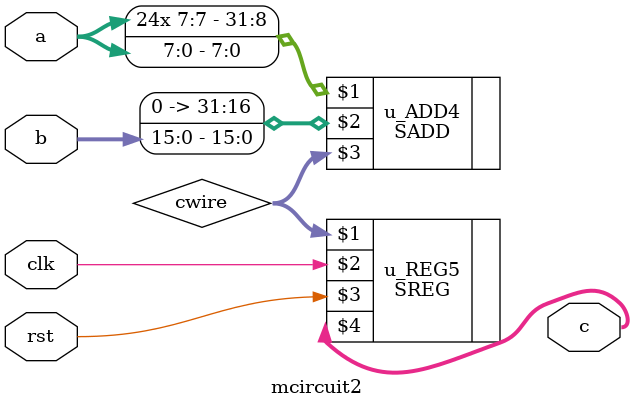
<source format=v>

module mcircuit2(

	 input clk,
	 input rst,
	 input signed [7:0] a,
	 input [15:0] b,

	 output signed [31:0] c
);

	 wire signed [31:0] cwire;
	 SADD #(32) u_ADD4 ({{24{a[7]}}, a},{{16{1'b0}}, b},cwire);
	 SREG #(32) u_REG5 (cwire,clk,rst,c);


endmodule

// *********************************************************************************
// *                            END OF GENERATED FILE                              *
// *********************************************************************************

</source>
